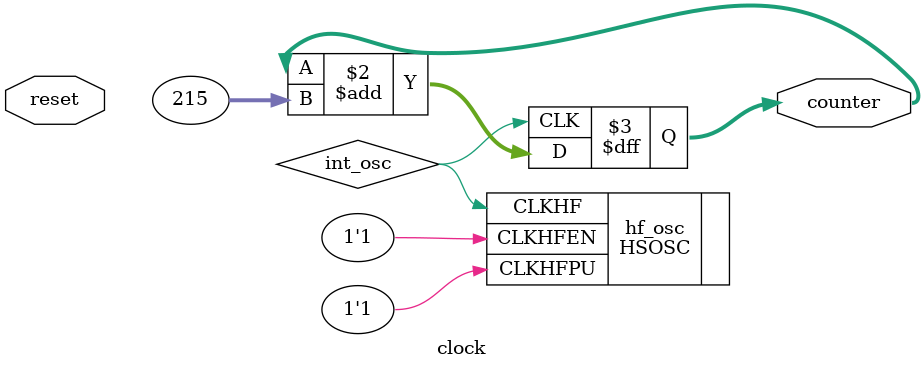
<source format=sv>
/*
by Carlos Ojeda de Silva, September 16 2025
cojedadesilva@g.hmc.edu
This file controls the timing in the top module by changing the counter value, we can consistently use index 0 for clock.
*/
module clock(
input logic reset,
output logic [31:0] counter
);
logic int_osc;
HSOSC hf_osc (.CLKHFPU(1'b1), .CLKHFEN(1'b1), .CLKHF(int_osc));//comment for tb
	always_ff @(posedge int_osc)
		begin
			counter = counter + 215; 
			//if (~reset) counter = 0;
		end
endmodule
</source>
